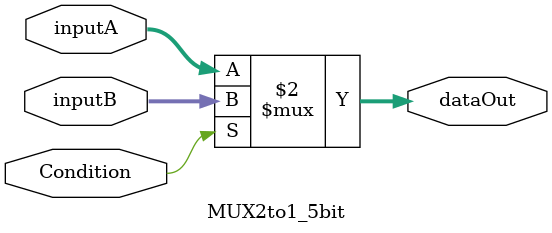
<source format=v>

module MUX2to1_5bit( dataOut, Condition, inputA, inputB );
	input Condition ;
	input[4:0] inputA, inputB ;
	output[4:0] dataOut ;
	
	assign dataOut = ( Condition == 0 ) ? inputA : inputB ;
endmodule
</source>
